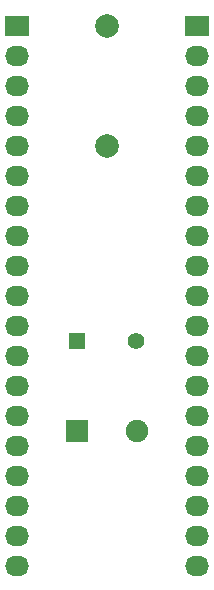
<source format=gbr>
G04 #@! TF.FileFunction,Copper,L2,Bot,Signal*
%FSLAX46Y46*%
G04 Gerber Fmt 4.6, Leading zero omitted, Abs format (unit mm)*
G04 Created by KiCad (PCBNEW 4.0.3+e1-6302~38~ubuntu16.04.1-stable) date Thu Aug 11 18:03:17 2016*
%MOMM*%
%LPD*%
G01*
G04 APERTURE LIST*
%ADD10C,0.100000*%
%ADD11R,1.400000X1.400000*%
%ADD12C,1.400000*%
%ADD13R,1.905000X1.905000*%
%ADD14C,1.905000*%
%ADD15R,2.032000X1.727200*%
%ADD16O,2.032000X1.727200*%
%ADD17C,1.998980*%
G04 APERTURE END LIST*
D10*
D11*
X90170000Y-90170000D03*
D12*
X95170000Y-90170000D03*
D13*
X90170000Y-97790000D03*
D14*
X95250000Y-97790000D03*
D15*
X100330000Y-63500000D03*
D16*
X100330000Y-66040000D03*
X100330000Y-68580000D03*
X100330000Y-71120000D03*
X100330000Y-73660000D03*
X100330000Y-76200000D03*
X100330000Y-78740000D03*
X100330000Y-81280000D03*
X100330000Y-83820000D03*
X100330000Y-86360000D03*
X100330000Y-88900000D03*
X100330000Y-91440000D03*
X100330000Y-93980000D03*
X100330000Y-96520000D03*
X100330000Y-99060000D03*
X100330000Y-101600000D03*
X100330000Y-104140000D03*
X100330000Y-106680000D03*
X100330000Y-109220000D03*
D15*
X85090000Y-63500000D03*
D16*
X85090000Y-66040000D03*
X85090000Y-68580000D03*
X85090000Y-71120000D03*
X85090000Y-73660000D03*
X85090000Y-76200000D03*
X85090000Y-78740000D03*
X85090000Y-81280000D03*
X85090000Y-83820000D03*
X85090000Y-86360000D03*
X85090000Y-88900000D03*
X85090000Y-91440000D03*
X85090000Y-93980000D03*
X85090000Y-96520000D03*
X85090000Y-99060000D03*
X85090000Y-101600000D03*
X85090000Y-104140000D03*
X85090000Y-106680000D03*
X85090000Y-109220000D03*
D17*
X92710000Y-73660000D03*
X92710000Y-63500000D03*
M02*

</source>
